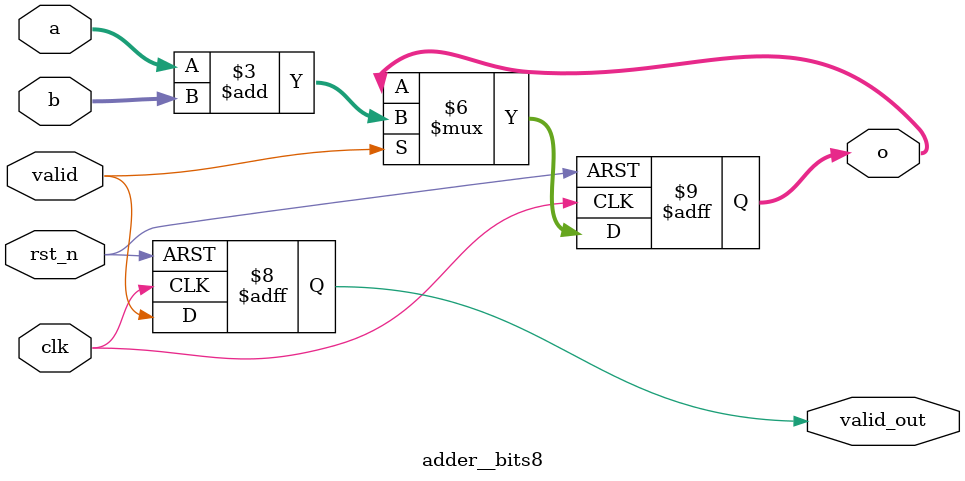
<source format=sv>
module adder__bits8 (
    input logic clk,
    input logic rst_n,
    input logic valid,
    input logic [7:0] a,
    input logic [7:0] b,
    output logic [7:0] o,
    output logic valid_out
);

    // adder module parameters:
    //  * clk = clk_arst() (p2v_clock) # None
    //  * bits = 8 (int) #  data width

    always_ff @(posedge clk or negedge rst_n)
        if (!rst_n) o <= 8'd0;
        else if (valid) o <= a + b;

    always_ff @(posedge clk or negedge rst_n)
        if (!rst_n) valid_out <= 1'd0;
        else valid_out <= valid;


endmodule

</source>
